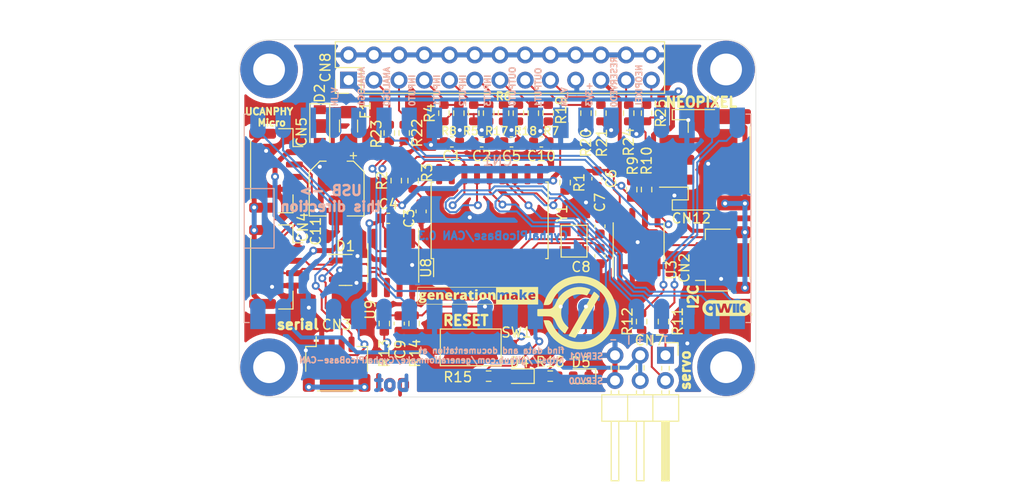
<source format=kicad_pcb>
(kicad_pcb (version 20211014) (generator pcbnew)
  (title_block (title "CyphalPicoBase/CAN") (date "2023-09-21") (rev "0.3") (company "generationmake"))
  (layers (0 "F.Cu" signal) (31 "B.Cu" signal) (34 "B.Paste" user) (35 "F.Paste" user) (36 "B.SilkS" user "B.Silkscreen") (37 "F.SilkS" user "F.Silkscreen") (38 "B.Mask" user) (39 "F.Mask" user) (44 "Edge.Cuts" user))
  (net 0 "")
  (net 1 "+3V3")
  (net 2 "GND")
  (net 3 "MCP2515_CS")
  (net 4 "MCP2515_INT")
  (net 5 "MOSI")
  (net 6 "SCK")
  (net 7 "MISO")
  (net 8 "/MCP2515/TXCAN")
  (net 9 "/MCP2515/RXCAN")
  (net 10 "/SERVO1")
  (net 11 "/MCP2515/CANVCC")
  (net 12 "/MCP2515/CANH")
  (net 13 "/MCP2515/CANL")
  (net 14 "/SERVO1_R")
  (net 15 "+BATT")
  (net 16 "/+BATT_MEAS")
  (net 17 "/LED2")
  (net 18 "/LED3")
  (net 19 "/LED3_R")
  (net 20 "/LED2_R")
  (net 21 "/MCP2515/MCP2515_OSC2")
  (net 22 "/MCP2515/MCP2515_OSC1")
  (net 23 "/MCP2515/MCP2515_RESET")
  (net 24 "/MCP2515/MCP2515_SOF")
  (net 25 "/MCP2515/MCP2515_TX0RTS")
  (net 26 "/MCP2515/MCP2515_TX1RTS")
  (net 27 "/MCP2515/MCP2515_TX2RTS")
  (net 28 "/MCP2515/MCP2515_RX1BUF")
  (net 29 "/MCP2515/MCP2515_RX0BUF")
  (net 30 "/INPUT0")
  (net 31 "/SER_TX")
  (net 32 "/SER_RX")
  (net 33 "/I2C_SDA")
  (net 34 "/I2C_SCL")
  (net 35 "/SERVO0")
  (net 36 "/SERVO0_R")
  (net 37 "/INPUT1")
  (net 38 "/INPUT2")
  (net 39 "/INPUT3")
  (net 40 "/OUTPUT0")
  (net 41 "/OUTPUT1")
  (net 42 "/RESERVED0")
  (net 43 "/NEOPIXEL")
  (net 44 "/RESET")
  (net 45 "/ANALOG_INPUT0")
  (net 46 "/ANALOG_INPUT1")
  (net 47 "/INPUT0_R")
  (net 48 "/INPUT1_R")
  (net 49 "/INPUT2_R")
  (net 50 "/INPUT3_R")
  (net 51 "/OUTPUT0_R")
  (net 52 "/OUTPUT1_R")
  (net 53 "/ANALOG_INPUT1_R")
  (net 54 "/ANALOG_INPUT0_R")
  (net 55 "/RESERVED0_R")
  (net 56 "/NEOPIXEL_R")
  (net 57 "unconnected-(CN1-Pad40)")
  (net 58 "unconnected-(CN1-Pad37)")
  (net 59 "unconnected-(CN1-Pad35)")
  (net 60 "unconnected-(CN1-Pad5)")
  (net 61 "unconnected-(CN1-Pad4)")
  (net 67 "Net-(D2-Pad1)")
  (net 68 "/MP2")
  (net 69 "/MP3")
  (net 70 "/MCP2515/MP1")
  (footprint "MECH_mounting_holes:MHP_3.2_5.8" (layer "F.Cu") (at 67 77)
    (fp_text reference "MECH1" hide)
    (fp_text value "MHP_3.2_5.8" hide)
  )
  (footprint "MECH_mounting_holes:MHP_3.2_5.8" (layer "F.Cu") (at 113 77)
    (fp_text reference "MECH2" hide)
    (fp_text value "MHP_3.2_5.8")
  )
  (footprint "MECH_mounting_holes:MHP_3.2_5.8" (layer "F.Cu") (at 67 107)
    (fp_text reference "MECH3" hide)
    (fp_text value "MHP_3.2_5.8")
  )
  (footprint "MECH_mounting_holes:MHP_3.2_5.8" (layer "F.Cu") (at 113 107)
    (fp_text reference "MECH4" hide)
    (fp_text value "MHP_3.2_5.8")
  )
  (footprint "Resistor_SMD:R_0603_1608Metric" (layer "F.Cu") (at 79.8 88.2 90)
    (fp_text reference "R2")
    (fp_text value "10k")
  )
  (footprint "Package_SO:SOIC-18W_7.5x11.6mm_P1.27mm" (layer "F.Cu") (at 89.2 92.2 90)
    (fp_text reference "U8")
    (fp_text value "MCP2515T-I/SO")
  )
  (footprint "Capacitor_SMD:C_0603_1608Metric" (layer "F.Cu") (at 82.3 91.3 -90)
    (fp_text reference "C3")
    (fp_text value "100nF")
  )
  (footprint "Capacitor_SMD:C_0603_1608Metric" (layer "F.Cu") (at 79 92)
    (fp_text reference "C4")
    (fp_text value "100nF")
  )
  (footprint "Resistor_SMD:R_0603_1608Metric" (layer "F.Cu") (at 96.8 88.4 -90)
    (fp_text reference "R1")
    (fp_text value "10k")
  )
  (footprint "Resistor_SMD:R_0603_1608Metric" (layer "F.Cu") (at 81.5 88.2 90)
    (fp_text reference "R3")
    (fp_text value "10k")
  )
  (footprint "Capacitor_SMD:C_0603_1608Metric" (layer "F.Cu") (at 100 88 -90)
    (fp_text reference "C6")
    (fp_text value "100nF")
  )
  (footprint "Connector_JST:JST_SH_SM04B-SRSS-TB_1x04-1MP_P1.00mm_Horizontal" (layer "F.Cu") (at 112.7 96.2 90)
    (fp_text reference "CN2")
    (fp_text value "SM04B-SRSS-TB")
  )
  (footprint "Connector_JST:JST_SH_SM04B-SRSS-TB_1x04-1MP_P1.00mm_Horizontal" (layer "F.Cu") (at 73.8 106.7)
    (fp_text reference "CN3")
    (fp_text value "SM04B-SRSS-TB")
  )
  (footprint "Connector_PinHeader_2.54mm:PinHeader_2x03_P2.54mm_Horizontal" (layer "F.Cu") (at 106.9 105.8 -90)
    (fp_text reference "CN7")
    (fp_text value "DNI")
  )
  (footprint "Diode_SMD:D_SOD-123" (layer "F.Cu") (at 72.1 82.7 -90)
    (fp_text reference "D2")
    (fp_text value "MBR0530T")
  )
  (footprint "Package_SO:SOIC-8_3.9x4.9mm_P1.27mm" (layer "F.Cu") (at 104.2 94.4 90)
    (fp_text reference "U3")
    (fp_text value "M24C64-RMN6TP")
  )
  (footprint "Resistor_SMD:R_0603_1608Metric" (layer "F.Cu") (at 103.5 89.1 -90)
    (fp_text reference "R9")
    (fp_text value "10k")
  )
  (footprint "Resistor_SMD:R_0603_1608Metric" (layer "F.Cu") (at 105 89.1 -90)
    (fp_text reference "R10")
    (fp_text value "10k")
  )
  (footprint "Resistor_SMD:R_0603_1608Metric" (layer "F.Cu") (at 106.7 102.4 -90)
    (fp_text reference "R11")
    (fp_text value "100R")
  )
  (footprint "Resistor_SMD:R_0603_1608Metric" (layer "F.Cu") (at 104.5 102.4 90)
    (fp_text reference "R12")
    (fp_text value "100R")
  )
  (footprint "Connector_JST:JST_GH_SM04B-GHS-TB_1x04-1MP_P1.25mm_Horizontal" (layer "F.Cu") (at 67.7 96.9 -90)
    (fp_text reference "CN4")
    (fp_text value "SM04B-GHS-TB")
  )
  (footprint "LED_SMD:LED_0603_1608Metric" (layer "F.Cu") (at 98.4 107.9 180)
    (fp_text reference "D5")
    (fp_text value "KT-0603R")
  )
  (footprint "Resistor_SMD:R_0603_1608Metric" (layer "F.Cu") (at 95.3 107.9)
    (fp_text reference "R16")
    (fp_text value "3k3")
  )
  (footprint "labels:opencyphal_small" (layer "F.Cu") (at 98 101.5)
    (fp_text reference "L3" hide)
    (fp_text value "Label" hide)
  )
  (footprint "Package_SO:SOIC-8_3.9x4.9mm_P1.27mm" (layer "F.Cu") (at 79.5 96.5 -90)
    (fp_text reference "U9")
    (fp_text value "SN65HVD230")
  )
  (footprint "crystals:Crystal_SMD_3.2x2.5mm_4Pad" (layer "F.Cu") (at 97.7 94.3 90)
    (fp_text reference "Y1")
    (fp_text value "X322516MLB4SI")
  )
  (footprint "Connector_JST:JST_GH_SM04B-GHS-TB_1x04-1MP_P1.25mm_Horizontal" (layer "F.Cu") (at 67.7 87.2 -90)
    (fp_text reference "CN5")
    (fp_text value "SM04B-GHS-TB")
  )
  (footprint "Capacitor_SMD:C_0603_1608Metric" (layer "F.Cu") (at 80.1 102.6 -90)
    (fp_text reference "C9")
    (fp_text value "100nF")
  )
  (footprint "Resistor_SMD:R_0603_1608Metric" (layer "F.Cu") (at 78.6 102.6 90)
    (fp_text reference "R13")
    (fp_text value "100k")
  )
  (footprint "Resistor_SMD:R_0603_1608Metric" (layer "F.Cu") (at 81.6 102.6 -90)
    (fp_text reference "R14")
    (fp_text value "10k")
  )
  (footprint "Resistor_SMD:R_0603_1608Metric" (layer "F.Cu") (at 89.1 107.9)
    (fp_text reference "R15")
    (fp_text value "3k3")
  )
  (footprint "Capacitor_SMD:C_0603_1608Metric" (layer "F.Cu") (at 85.4 84.3 180)
    (fp_text reference "C1")
    (fp_text value "100nF")
  )
  (footprint "Capacitor_SMD:C_0603_1608Metric" (layer "F.Cu") (at 88.4 84.3 180)
    (fp_text reference "C2")
    (fp_text value "100nF")
  )
  (footprint "Capacitor_SMD:C_0603_1608Metric" (layer "F.Cu") (at 91.4 84.3 180)
    (fp_text reference "C5")
    (fp_text value "100nF")
  )
  (footprint "Capacitor_SMD:C_0603_1608Metric" (layer "F.Cu") (at 94.4 84.3 180)
    (fp_text reference "C10")
    (fp_text value "100nF")
  )
  (footprint "Connector_PinHeader_2.54mm:PinHeader_2x13_P2.54mm_Vertical" (layer "F.Cu") (at 75 78.075 90)
    (fp_text reference "CN8")
    (fp_text value "DNI")
  )
  (footprint "Resistor_SMD:R_0603_1608Metric" (layer "F.Cu") (at 84.6 81.4 90)
    (fp_text reference "R4")
    (fp_text value "10k")
  )
  (footprint "Resistor_SMD:R_0603_1608Metric" (layer "F.Cu") (at 90.6 81.4 90)
    (fp_text reference "R6")
    (fp_text value "10k")
  )
  (footprint "Resistor_SMD:R_0603_1608Metric" (layer "F.Cu") (at 93.6 81.4 90)
    (fp_text reference "R7")
    (fp_text value "10k")
  )
  (footprint "Resistor_SMD:R_0603_1608Metric" (layer "F.Cu") (at 89.1 81.4 -90)
    (fp_text reference "R17")
    (fp_text value "10k")
  )
  (footprint "Resistor_SMD:R_0603_1608Metric" (layer "F.Cu") (at 92.1 81.4 -90)
    (fp_text reference "R18")
    (fp_text value "10k")
  )
  (footprint "Resistor_SMD:R_0603_1608Metric" (layer "F.Cu") (at 95.1 81.4 -90)
    (fp_text reference "R19")
    (fp_text value "10k")
  )
  (footprint "Resistor_SMD:R_0603_1608Metric" (layer "F.Cu") (at 98.9 81.4 -90)
    (fp_text reference "R20")
    (fp_text value "100R")
  )
  (footprint "Resistor_SMD:R_0603_1608Metric" (layer "F.Cu") (at 100.4 81.4 -90)
    (fp_text reference "R21")
    (fp_text value "100R")
  )
  (footprint "Resistor_SMD:R_0603_1608Metric" (layer "F.Cu") (at 80.6 83.4 -90)
    (fp_text reference "R22")
    (fp_text value "100R")
  )
  (footprint "Resistor_SMD:R_0603_1608Metric" (layer "F.Cu") (at 79.1 83.4 -90)
    (fp_text reference "R23")
    (fp_text value "100R")
  )
  (footprint "Resistor_SMD:R_0603_1608Metric" (layer "F.Cu") (at 103.2 81.4 -90)
    (fp_text reference "R24")
    (fp_text value "100R")
  )
  (footprint "Resistor_SMD:R_0603_1608Metric" (layer "F.Cu") (at 105 81.4 -90)
    (fp_text reference "R25")
    (fp_text value "100R")
  )
  (footprint "Button_Switch_SMD:SW_SPST_CK_RS282G05A3" (layer "F.Cu") (at 87.3 105 180)
    (fp_text reference "SW1")
    (fp_text value "PTS636 SM43 SMTR LFS")
  )
  (footprint "Resistor_SMD:R_0603_1608Metric" (layer "F.Cu") (at 86.1 81.4 -90)
    (fp_text reference "R8")
    (fp_text value "10k")
  )
  (footprint "Capacitor_SMD:C_0603_1608Metric" (layer "F.Cu") (at 100.3 92.8 90)
    (fp_text reference "C7")
    (fp_text value "10pF")
  )
  (footprint "labels:generationmake_small_silk" (layer "F.Cu") (at 87.98095 102.43645)
    (fp_text reference "L1" hide)
    (fp_text value "Label" hide)
  )
  (footprint "Resistor_SMD:R_0603_1608Metric" (layer "F.Cu") (at 87.6 81.4 90)
    (fp_text reference "R5")
    (fp_text value "10k")
  )
  (footprint "Capacitor_SMD:C_0603_1608Metric" (layer "F.Cu") (at 100.3 95.8 -90)
    (fp_text reference "C8")
    (fp_text value "10pF")
  )
  (footprint "LED_SMD:LED_0603_1608Metric" (layer "F.Cu") (at 92.2 107.9 180)
    (fp_text reference "D4")
    (fp_text value "NCD0603Y1")
  )
  (footprint "Connector_JST:JST_PH_S3B-PH-SM4-TB_1x03-1MP_P2.00mm_Horizontal" (layer "F.Cu") (at 110.9 86.1 90)
    (fp_text reference "CN12")
    (fp_text value "S3B-PH-SM4-TB")
  )
  (footprint "Package_TO_SOT_SMD:SOT-23" (layer "F.Cu") (at 74.7 97.2)
    (fp_text reference "D1")
    (fp_text value "DNI")
  )
  (footprint "Fuse:Fuse_1206_3216Metric" (layer "F.Cu") (at 75 82.7 90)
    (fp_text reference "F1")
    (fp_text value "nSMD050-33V")
  )
  (footprint "generationmake:qwiic_logo" (layer "F.Cu") (at 113.1 101)
    (fp_text reference "L4" hide)
    (fp_text value "Label" hide)
  )
  (footprint "Capacitor_SMD:CP_Elec_5x5.3" (layer "F.Cu") (at 73.8 89 -90)
    (fp_text reference "C11")
    (fp_text value "100 uF / 6,3 V")
  )
  (footprint "labels:generationmake_small_solder" (layer "B.Cu") (at 89.61905 110.93645 180)
    (fp_text reference "L2" hide)
    (fp_text value "Label" hide)
  )
  (footprint "generationmake:RASPI_PICO_SOLDER_Kopie" (layer "B.Cu") (at 90 92 -90)
    (fp_text reference "CN1")
    (fp_text value "RASPBERRYPI_PICO")
  )
  (gr_line (start 113 110) (end 67.12132 110) (layer "Edge.Cuts") (width 0.05))
  (gr_line (start 64 77) (end 64 107) (layer "Edge.Cuts") (width 0.05))
  (gr_line (start 116 77) (end 116 107) (layer "Edge.Cuts") (width 0.05))
  (gr_line (start 113 74) (end 67 74) (layer "Edge.Cuts") (width 0.05))
  (gr_arc (start 113 74) (mid 115.12132 74.87868) (end 116 77) (layer "Edge.Cuts") (width 0.05))
  (gr_arc (start 64 77) (mid 64.87868 74.87868) (end 67 74) (layer "Edge.Cuts") (width 0.05))
  (gr_arc (start 116 107) (mid 115.12132 109.12132) (end 113 110) (layer "Edge.Cuts") (width 0.05))
  (gr_arc (start 67.12132 110) (mid 64.956681 109.128403) (end 64 107) (layer "Edge.Cuts") (width 0.05))
  (gr_text "top" (at 79.4 108.6) (layer "F.Cu") (effects (font (size 1.5 1.5) (thickness 0.375))))
  (gr_text "CyphalPicoBase/CAN 0.3" (at 89.5 93.75) (layer "B.Cu") (effects (font (size 0.8 0.8) (thickness 0.2)) (justify mirror)))
  (gr_text "bot" (at 79.4 108.63645) (layer "B.Cu") (effects (font (size 1.5 1.5) (thickness 0.375)) (justify mirror)))
  (gr_text "USB ->\nthis direction" (at 73.2 90) (layer "B.SilkS") (effects (font (size 1 1) (thickness 0.25)) (justify mirror)))
  (gr_text "ANALOG0" (at 78.85 80.8 90) (layer "B.SilkS") (effects (font (size 0.6 0.6)) (justify right mirror)))
  (gr_text "INPUT0" (at 81.4 80.8 90) (layer "B.SilkS") (effects (font (size 0.6 0.6)) (justify right mirror)))
  (gr_text "OUTPUT1" (at 94.1 80.9 90) (layer "B.SilkS") (effects (font (size 0.6 0.6)) (justify right mirror)))
  (gr_text "SERVO1" (at 100.7 105.9) (layer "B.SilkS") (effects (font (size 0.6 0.6)) (justify left mirror)))
  (gr_text "ANALOG1" (at 76.3 80.8 90) (layer "B.SilkS") (effects (font (size 0.6 0.6)) (justify right mirror)))
  (gr_text "+3V3" (at 99.22 80.8 90) (layer "B.SilkS") (effects (font (size 0.6 0.6)) (justify right mirror)))
  (gr_text "SERVO0" (at 100.7 108.4) (layer "B.SilkS") (effects (font (size 0.6 0.6)) (justify left mirror)))
  (gr_text "V_IN" (at 73.6 80.8 90) (layer "B.SilkS") (effects (font (size 0.6 0.6)) (justify right mirror)))
  (gr_text "INPUT2" (at 86.5 80.8 90) (layer "B.SilkS") (effects (font (size 0.6 0.6)) (justify right mirror)))
  (gr_text "T  | + |  -" (at 107.2 104.2) (layer "B.SilkS") (effects (font (size 0.6 0.6)) (justify left mirror)))
  (gr_text "V_IN" (at 96.72 80.8 90) (layer "B.SilkS") (effects (font (size 0.6 0.6)) (justify right mirror)))
  (gr_text "find data and documentation at\nhttps://github.com/generationmake/CyphalPicoBase-CAN" (at 96.8 105.8) (layer "B.SilkS") (effects (font (size 0.6 0.6)) (justify left mirror)))
  (gr_text "OUTPUT0" (at 91.5 80.8 90) (layer "B.SilkS") (effects (font (size 0.6 0.6)) (justify right mirror)))
  (gr_text "NEOPIXEL" (at 104.24 80.9 90) (layer "B.SilkS") (effects (font (size 0.6 0.6)) (justify right mirror)))
  (gr_text "RESERVED0" (at 101.72 80.9 90) (layer "B.SilkS") (effects (font (size 0.6 0.6)) (justify right mirror)))
  (gr_text "INPUT3" (at 89 80.8 90) (layer "B.SilkS") (effects (font (size 0.6 0.6)) (justify right mirror)))
  (gr_text "INPUT1" (at 83.9 80.8 90) (layer "B.SilkS") (effects (font (size 0.6 0.6)) (justify right mirror)))
  (gr_text "UCANPHY\n Micro" (at 67 81.8) (layer "F.SilkS") (effects (font (size 0.7 0.7) (thickness 0.175))))
  (gr_text "I2C" (at 109.7 99.9 90) (layer "F.SilkS") (effects (font (size 1 1) (thickness 0.25))))
  (gr_text "NEOPIXEL" (at 110.5 80.3) (layer "F.SilkS") (effects (font (size 1 1) (thickness 0.25))))
  (gr_text "RESET" (at 86.8 102.3) (layer "F.SilkS") (effects (font (size 1 1) (thickness 0.25))))
  (gr_text "servo" (at 108.9 107.3 90) (layer "F.SilkS") (effects (font (size 1 1) (thickness 0.25))))
  (gr_text "serial" (at 69.9 102.7) (layer "F.SilkS") (effects (font (size 1 1) (thickness 0.25))))
  (segment (start 76.6 104.7) (end 76.6 105.1) (width 0.2) (layer "F.Cu") (net 1))
  (segment (start 82.3 90.525) (end 82.3 89.825) (width 0.2) (layer "F.Cu") (net 1))
  (segment (start 90.6 82.225) (end 90.6 81.6) (width 0.2) (layer "F.Cu") (net 1))
  (segment (start 93.6 81.6) (end 93.7 81.5) (width 0.2) (layer "F.Cu") (net 1))
  (segment (start 75.925 105.775) (end 73.675 105.775) (width 0.2) (layer "F.Cu") (net 1))
  (segment (start 95.6 88.2) (end 95.6 87.9) (width 0.5) (layer "F.Cu") (net 1))
  (segment (start 100 87.225) (end 101.075 87.225) (width 0.4) (layer "F.Cu") (net 1))
  (segment (start 73.3 105.4) (end 73.3 104.7) (width 0.2) (layer "F.Cu") (net 1))
  (segment (start 84.6 82.225) (end 85.325 81.5) (width 0.2) (layer "F.Cu") (net 1))
  (segment (start 102.295 89.695) (end 101.7 89.1) (width 0.2) (layer "F.Cu") (net 1))
  (segment (start 87.6 81.5) (end 90.7 81.5) (width 0.2) (layer "F.Cu") (net 1))
  (segment (start 78.25 92) (end 79.56 90.69) (width 0.2) (layer "F.Cu") (net 1))
  (segment (start 96.3 82.8) (end 96.3 86.8) (width 0.2) (layer "F.Cu") (net 1))
  (segment (start 83.09 87.99) (end 82.24 88.84) (width 0.2) (layer "F.Cu") (net 1))
  (segment (start 95.557107 81.5) (end 96.3 82.242893) (width 0.2) (layer "F.Cu") (net 1))
  (segment (start 104.375 88.275) (end 103.5 88.275) (width 0.4) (layer "F.Cu") (net 1))
  (segment (start 96.8 87.575) (end 96.8 87.3) (width 0.2) (layer "F.Cu") (net 1))
  (segment (start 78.4685 92.2185) (end 78.25 92) (width 0.2) (layer "F.Cu") (net 1))
  (segment (start 110.7 96.7) (end 111.7 96.7) (width 0.4) (layer "F.Cu") (net 1))
  (segment (start 79.8 90.08) (end 80.4 90.68) (width 0.2) (layer "F.Cu") (net 1))
  (segment (start 93.7 81.5) (end 95.557107 81.5) (width 0.2) (layer "F.Cu") (net 1))
  (segment (start 102.3 79.975) (end 100.4 78.075) (width 0.4) (layer "F.Cu") (net 1))
  (segment (start 85.325 81.5) (end 87.6 81.5) (width 0.2) (layer "F.Cu") (net 1))
  (segment (start 100 87.225) (end 96.275 87.225) (width 0.4) (layer "F.Cu") (net 1))
  (segment (start 82.13 88.95) (end 82.24 88.84) (width 0.2) (layer "F.Cu") (net 1))
  (segment (start 111.55 93.25) (end 109.575 93.25) (width 0.4) (layer "F.Cu") (net 1))
  (segment (start 96.8 87.3) (end 96.3 86.8) (width 0.2) (layer "F.Cu") (net 1))
  (segment (start 112.3 94) (end 111.55 93.25) (width 0.4) (layer "F.Cu") (net 1))
  (segment (start 81.5 88.95) (end 82.13 88.95) (width 0.2) (layer "F.Cu") (net 1))
  (segment (start 83.53 87.55) (end 83.09 87.99) (width 0.2) (layer "F.Cu") (net 1))
  (segment (start 102.3 83.4) (end 102.3 79.975) (width 0.4) (layer "F.Cu") (net 1))
  (segment (start 101.7 89.1) (end 101.7 87.5) (width 0.2) (layer "F.Cu") (net 1))
  (segment (start 93.6 82.225) (end 93.6 81.6) (width 0.2) (layer "F.Cu") (net 1))
  (segment (start 101.075 87.225) (end 101.425 87.225) (width 0.4) (layer "F.Cu") (net 1))
  (segment (start 109.575 93.25) (end 105.875 89.55) (width 0.4) (layer "F.Cu") (net 1))
  (segment (start 103.325 87.225) (end 101.075 87.225) (width 0.4) (layer "F.Cu") (net 1))
  (segment (start 101.7 87.5) (end 101.425 87.225) (width 0.2) (layer "F.Cu") (net 1))
  (segment (start 78.865 94.225) (end 78.865 93.228) (width 0.2) (layer "F.Cu") (net 1))
  (segment (start 79.56 90.69) (end 80.39 90.69) (width 0.2) (layer "F.Cu") (net 1))
  (segment (start 82.24 88.84) (end 80.4 90.68) (width 0.2) (layer "F.Cu") (net 1))
  (segment (start 79.8 88.95) (end 79.8 90.08) (width 0.2) (layer "F.Cu") (net 1))
  (segment (start 105 88.275) (end 104.375 88.275) (width 0.4) (layer "F.Cu") (net 1))
  (segment (start 83.42 87.66) (end 83.09 87.99) (width 0.2) (layer "F.Cu") (net 1))
  (segment (start 78.865 93.228) (end 78.4685 92.8315) (width 0.2) (layer "F.Cu") (net 1))
  (segment (start 77.1 92.5) (end 77.725 92.5) (width 0.4) (layer "F.Cu") (net 1))
  (segment (start 84.12 87.55) (end 83.53 87.55) (width 0.2) (layer "F.Cu") (net 1))
  (segment (start 112.3 96.1) (end 112.3 94) (width 0.4) (layer "F.Cu") (net 1))
  (segment (start 105.875 89.55) (end 105.875 89.15) (width 0.4) (layer "F.Cu") (net 1))
  (segment (start 102.295 90.805) (end 102.295 91.925) (width 0.2) (layer "F.Cu") (net 1))
  (segment (start 105.875 89.15) (end 105 88.275) (width 0.4) (layer "F.Cu") (net 1))
  (segment (start 101.075 87.225) (end 102.3 86) (width 0.4) (layer "F.Cu") (net 1))
  (segment (start 87.6 82.225) (end 87.6 81.5) (width 0.2) (layer "F.Cu") (net 1))
  (segment (start 82.3 89.825) (end 81.5 89.025) (width 0.2) (layer "F.Cu") (net 1))
  (segment (start 76.6 105.1) (end 75.925 105.775) (width 0.2) (layer "F.Cu") (net 1))
  (segment (start 90.7 81.5) (end 93.7 81.5) (width 0.2) (layer "F.Cu") (net 1))
  (segment (start 73.675 105.775) (end 73.3 105.4) (width 0.2) (layer "F.Cu") (net 1))
  (segment (start 95.6 87.9) (end 96.275 87.225) (width 0.5) (layer "F.Cu") (net 1))
  (segment (start 79.8 88.95) (end 81.5 88.95) (width 0.2) (layer "F.Cu") (net 1))
  (segment (start 96.3 82.242893) (end 96.3 82.8) (width 0.2) (layer "F.Cu") (net 1))
  (segment (start 104.375 88.275) (end 103.325 87.225) (width 0.4) (layer "F.Cu") (net 1))
  (segment (start 102.3 86) (end 102.3 83.4) (width 0.4) (layer "F.Cu") (net 1))
  (segment (start 90.6 81.6) (end 90.7 81.5) (width 0.2) (layer "F.Cu") (net 1))
  (segment (start 102.295 90.805) (end 102.295 89.695) (width 0.2) (layer "F.Cu") (net 1))
  (segment (start 78.4685 92.8315) (end 78.4685 92.2185) (width 0.2) (layer "F.Cu") (net 1))
  (segment (start 77.725 92.5) (end 78.225 92) (width 0.4) (layer "F.Cu") (net 1))
  (segment (start 111.7 96.7) (end 112.3 96.1) (width 0.4) (layer "F.Cu") (net 1))
  (via (at 95.6 88.2) (size 0.8) (drill 0.4) (layers "F.Cu" "B.Cu") (net 1))
  (via (at 76.6 104.7) (size 0.8) (drill 0.4) (layers "F.Cu" "B.Cu") (net 1))
  (via (at 80.39 90.69) (size 0.8) (drill 0.4) (layers "F.Cu" "B.Cu") (net 1))
  (via (at 77.1 92.5) (size 0.8) (drill 0.4) (layers "F.Cu" "B.Cu") (net 1))
  (segment (start 76.03 102.16) (end 76.03 100.89) (width 0.4) (layer "B.Cu") (net 1))
  (segment (start 76.03 104.13) (end 76.03 102.16) (width 0.2) (layer "B.Cu") (net 1))
  (segment (start 76.6 104.7) (end 76.03 104.13) (width 0.2) (layer "B.Cu") (net 1))
  (segment (start 77.1 92.5) (end 77.1 99.3) (width 0.4) (layer "B.Cu") (net 1))
  (segment (start 94.270021 88.229979) (end 95.570021 88.229979) (width 0.5) (layer "B.Cu") (net 1))
  (segment (start 86.470021 88.229979) (end 94.270021 88.229979) (width 0.5) (layer "B.Cu") (net 1))
  (segment (start 80.39 90.69) (end 82.08 89) (width 0.5) (layer "B.Cu") (net 1))
  (segment (start 77.1 99.3) (end 76.03 100.37) (width 0.4) (layer "B.Cu") (net 1))
  (segment (start 82.08 89) (end 85.7 89) (width 0.5) (layer "B.Cu") (net 1))
  (segment (start 95.570021 88.229979) (end 95.6 88.2) (width 0.5) (layer "B.Cu") (net 1))
  (segment (start 76.03 100.37) (end 76.03 100.89) (width 0.4) (layer "B.Cu") (net 1))
  (segment (start 85.7 89) (end 86.470021 88.229979) (width 0.5) (layer "B.Cu") (net 1))
  (segment (start 99.96 97.54) (end 99.96 99.06) (width 0.2) (layer "F.Cu") (net 2))
  (segment (start 80.95 103.375) (end 80.1 103.375) (width 0.2) (layer "F.Cu") (net 2))
  (segment (start 90.7 85.4) (end 87.6 85.4) (width 0.2) (layer "F.Cu") (net 2))
  (segment (start 93.625 84.475) (end 92.7 85.4) (width 0.2) (layer "F.Cu") (net 2))
  (segment (start 99.344301 96.344301) (end 100.1 97.1) (width 0.2) (layer "F.Cu") (net 2))
  (segment (start 80.95 103.375) (end 81 103.425) (width 0.2) (layer "F.Cu") (net 2))
  (segment (start 87.625 84.3) (end 87.625 85.375) (width 0.2) (layer "F.Cu") (net 2))
  (segment (start 100.825 92.025) (end 100.3 92.025) (width 0.2) (layer "F.Cu") (net 2))
  (segment (start 99.1875 107.9) (end 99.1875 108.5125) (width 0.2) (layer "F.Cu") (net 2))
  (segment (start 96.5 109.1) (end 92.5 109.1) (width 0.2) (layer "F.Cu") (net 2))
  (segment (start 81 103.425) (end 81.525 103.425) (width 0.2) (layer "F.Cu") (net 2))
  (segment (start 99.96 99.06) (end 99.230001 99.789999) (width 0.2) (layer "F.Cu") (net 2))
  (segment (start 101.3 96) (end 101.3 92.5) (width 0.2) (layer "F.Cu") (net 2))
  (segment (start 95.5843 96.85) (end 95.799999 96.634301) (width 0.2) (layer "F.Cu") (net 2))
  (segment (start 75.6375 97.2) (end 74.180833 97.2) (width 0.2) (layer "F.Cu") (net 2))
  (segment (start 86.85 105.95) (end 85.9 105) (width 0.2) (layer "F.Cu") (net 2))
  (segment (start 92.9875 108.6125) (end 92.5 109.1) (width 0.2) (layer "F.Cu") (net 2))
  (segment (start 85.725 85.4) (end 84.625 84.3) (width 0.2) (layer "F.Cu") (net 2))
  (segment (start 81.525 103.425) (end 83.1 105) (width 0.2) (layer "F.Cu") (net 2))
  (segment (start 99.054301 96.634301) (end 99.96 97.54) (width 0.2) (layer "F.Cu") (net 2))
  (segment (start 86.8 106) (end 86.85 105.95) (width 0.2) (layer "F.Cu") (net 2))
  (segment (start 93.625 84.3) (end 93.625 84.475) (width 0.2) (layer "F.Cu") (net 2))
  (segment (start 100.725 96.575) (end 101.3 96) (width 0.2) (layer "F.Cu") (net 2))
  (segment (start 74.180833 97.2) (end 74.152221 97.228612) (width 0.2) (layer "F.Cu") (net 2))
  (segment (start 99.230001 99.789999) (end 97.450001 99.789999) (width 0.2) (layer "F.Cu") (net 2))
  (segment (start 97.450001 99.789999) (end 96.35 100.89) (width 0.2) (layer "F.Cu") (net 2))
  (segment (start 99.1875 108.5125) (end 98.6 109.1) (width 0.2) (layer "F.Cu") (net 2))
  (segment (start 100.3 96.575) (end 100.725 96.575) (width 0.2) (layer "F.Cu") (net 2))
  (segment (start 90.625 85.325) (end 90.7 85.4) (width 0.2) (layer "F.Cu") (net 2))
  (segment (start 92.9875 107.9) (end 92.9875 108.6125) (width 0.2) (layer "F.Cu") (net 2))
  (segment (start 87.625 85.375) (end 87.6 85.4) (width 0.2) (layer "F.Cu") (net 2))
  (segment (start 94.28 96.85) (end 95.5843 96.85) (width 0.2) (layer "F.Cu") (net 2))
  (segment (start 85.9 105) (end 83.40082 105) (width 0.2) (layer "F.Cu") (net 2))
  (segment (start 90.625 84.3) (end 90.625 85.325) (width 0.2) (layer "F.Cu") (net 2))
  (segment (start 87.2 109.1) (end 86.8 108.7) (width 0.2) (layer "F.Cu") (net 2))
  (segment (start 80.135 94.025) (end 80.135 92.36) (width 0.2) (layer "F.Cu") (net 2))
  (segment (start 86.8 108.7) (end 86.8 106) (width 0.2) (layer "F.Cu") (net 2))
  (segment (start 99.054301 96.634301) (end 99.344301 96.344301) (width 0.2) (layer "F.Cu") (net 2))
  (segment (start 95.799999 96.634301) (end 99.054301 96.634301) (width 0.2) (layer "F.Cu") (net 2))
  (segment (start 98.6 109.1) (end 96.5 109.1) (width 0.2) (layer "F.Cu") (net 2))
  (segment (start 80.135 92.36) (end 79.775 92) (width 0.2) (layer "F.Cu") (net 2))
  (segment (start 87.6 85.4) (end 85.725 85.4) (width 0.2) (layer "F.Cu") (net 2))
  (segment (start 101.3 92.5) (end 100.825 92.025) (width 0.2) (layer "F.Cu") (net 2))
  (segment (start 92.5 109.1) (end 87.2 109.1) (width 0.2) (layer "F.Cu") (net 2))
  (segment (start 92.7 85.4) (end 90.7 85.4) (width 0.2) (layer "F.Cu") (net 2))
  (via (at 67.3 98.9) (size 0.8) (drill 0.4) (layers "F.Cu" "B.Cu") (net 2))
  (via (at 75.9 95.8) (size 0.8) (drill 0.4) (layers "F.Cu" "B.Cu") (net 2))
  (via (at 74.152221 97.228612) (size 0.8) (drill 0.4) (layers "F.Cu" "B.Cu") (net 2))
  (via (at 96.35 100.89) (size 0.8) (drill 0.4) (layers "F.Cu" "B.Cu") (net 2))
  (via (at 81.4 96.7) (size 0.8) (drill 0.4) (layers "F.Cu" "B.Cu") (net 2))
  (via (at 75.8 98.5) (size 0.8) (drill 0.4) (layers "F.Cu" "B.Cu") (net 2))
  (via (at 71.8 91.2) (size 0.8) (drill 0.4) (layers "F.Cu" "B.Cu") (net 2))
  (via (at 112.5 98.1) (size 0.8) (drill 0.4) (layers "F.Cu" "B.Cu") (net 2))
  (via (at 70.7 105.3) (size 0.8) (drill 0.4) (layers "F.Cu" "B.Cu") (net 2))
  (via (at 109.1 104.6) (size 0.8) (drill 0.4) (layers "F.Cu" "B.Cu") (net 2))
  (via (at 83.3 84.6) (size 0.8) (drill 0.4) (layers "F.Cu" "B.Cu") (net 2))
  (via (at 111.2 86.5) (size 0.8) (drill 0.4) (layers "F.Cu" "B.Cu") (net 2))
  (via (at 98.9 90.4) (size 0.8) (drill 0.4) (layers "F.Cu" "B.Cu") (net 2))
  (via (at 87.2 91.9) (size 0.8) (drill 0.4) (layers "F.Cu" "B.Cu") (net 2))
  (via (at 109.2 82.1) (size 0.8) (drill 0.4) (layers "F.Cu" "B.Cu") (net 2))
  (via (at 104.1 94.4) (size 0.8) (drill 0.4) (layers "F.Cu" "B.Cu") (net 2))
  (via (at 72.1 86.8) (size 0.8) (drill 0.4) (layers "F.Cu" "B.Cu") (net 2))
  (via (at 107.8 89.7) (size 0.8) (drill 0.4) (layers "F.Cu" "B.Cu") (net 2))
  (via (at 66.7 85.2) (size 0.8) (drill 0.4) (layers "F.Cu" "B.Cu") (net 2))
  (via (at 71 101) (size 0.8) (drill 0.4) (layers "F.Cu" "B.Cu") (net 2))
  (segment (start 70.95 80.35) (end 70.95 81.84) (width 0.4) (layer "B.Cu") (net 2))
  (segment (start 109.1 81.552) (end 109.1 80.4) (width 0.4) (layer "B.Cu") (net 2))
  (segment (start 83.65 81.84) (end 83.65 80.15) (width 0.2) (layer "B.Cu") (net 2))
  (segment (start 71.275 80.025) (end 70.95 80.35) (width 0.4) (layer "B.Cu") (net 2))
  (segment (start 108.725 80.025) (end 96.475 80.025) (width 0.4) (layer "B.Cu") (net 2))
  (segment (start 109.05 102.16) (end 109.05 100.89) (width 0.4) (layer "B.Cu") (net 2))
  (segment (start 96.35 80.15) (end 96.475 80.025) (width 0.2) (layer "B.Cu") (net 2))
  (segment (start 96.475 80.025) (end 83.525 80.025) (width 0.4) (layer "B.Cu") (net 2))
  (segment (start 83.65 80.15) (end 83.525 80.025) (width 0.2) (layer "B.Cu") (net 2))
  (segment (start 96.35 81.84) (end 96.35 80.15) (width 0.2) (layer "B.Cu") (net 2))
  (segment (start 109.1 80.4) (end 108.725 80.025) (width 0.4) (layer "B.Cu") (net 2))
  (segment (start 109.05 81.84) (end 109.05 81.602) (width 0.4) (layer "B.Cu") (net 2))
  (segment (start 83.525 80.025) (end 71.275 80.025) (width 0.4) (layer "B.Cu") (net 2))
  (segment (start 109.05 81.602) (end 109.1 81.552) (width 0.4) (layer "B.Cu") (net 2))
  (segment (start 86.66 86.36) (end 86.105 85.805) (width 0.2) (layer "F.Cu") (net 3))
  (segment (start 80.6 87.092893) (end 80.6 87.1) (width 0.2) (layer "F.Cu") (net 3))
  (segment (start 81.887893 85.805) (end 80.6 87.092893) (width 0.2) (layer "F.Cu") (net 3))
  (segment (start 80.325 87.375) (end 79.8 87.375) (width 0.2) (layer "F.Cu") (net 3))
  (segment (start 86.105 85.805) (end 84.405 85.805) (width 0.2) (layer "F.Cu") (net 3))
  (segment (start 86.66 87.55) (end 86.66 89.5) (width 0.2) (layer "F.Cu") (net 3))
  (segment (start 84.405 85.805) (end 81.887893 85.805) (width 0.2) (layer "F.Cu") (net 3))
  (segment (start 86.66 89.5) (end 85.48 90.68) (width 0.2) (layer "F.Cu") (net 3))
  (segment (start 80.6 87.1) (end 80.325 87.375) (width 0.2) (layer "F.Cu") (net 3))
  (segment (start 86.66 87.55) (end 86.66 86.36) (width 0.2) (layer "F.Cu") (net 3))
  (via (at 85.48 90.68) (size 0.8) (drill 0.4) (layers "F.Cu" "B.Cu") (net 3))
  (segment (start 89.86631 89.179989) (end 89.4663 89.579999) (width 0.2) (layer "B.Cu") (net 3))
  (segment (start 111.59 100.89) (end 110.49 99.79) (width 0.2) (layer "B.Cu") (net 3))
  (segment (start 105.155686 99.79) (end 104.755685 99.389999) (width 0.2) (layer "B.Cu") (net 3))
  (segment (start 104.755685 99.389999) (end 103.689999 99.389999) (width 0.2) (layer "B.Cu") (net 3))
  (segment (start 102.1 97.8) (end 102.1 95.802944) (width 0.2) (layer "B.Cu") (net 3))
  (segment (start 103.689999 99.389999) (end 102.1 97.8) (width 0.2) (layer "B.Cu") (net 3))
  (segment (start 89.4663 89.579999) (end 86.580001 89.579999) (width 0.2) (layer "B.Cu") (net 3))
  (segment (start 96.277058 89.98) (end 95.220022 89.98) (width 0.2) (layer "B.Cu") (net 3))
  (segment (start 94.420011 89.179989) (end 89.86631 89.179989) (width 0.2) (layer "B.Cu") (net 3))
  (segment (start 86.580001 89.579999) (end 85.48 90.68) (width 0.2) (layer "B.Cu") (net 3))
  (segment (start 102.1 95.802944) (end 96.277058 89.98) (width 0.2) (layer "B.Cu") (net 3))
  (segment (start 95.220022 89.98) (end 94.420011 89.179989) (width 0.2) (layer "B.Cu") (net 3))
  (segment (start 111.59 102.16) (end 111.59 100.89) (width 0.4) (layer "B.Cu") (net 3))
  (segment (start 110.49 99.79) (end 105.155686 99.79) (width 0.2) (layer "B.Cu") (net 3))
  (segment (start 91.74 87.55) (end 91.74 88.64) (width 0.2) (layer "F.Cu") (net 4))
  (segment (start 95.62 90.68) (end 95.62 90.405) (width 0.2) (layer "F.Cu") (net 4))
  (segment (start 95.62 90.405) (end 96.8 89.225) (width 0.2) (layer "F.Cu") (net 4))
  (segment (start 93.92 89.48) (end 95.12 90.68) (width 0.2) (layer "F.Cu") (net 4))
  (segment (start 91.74 88.64) (end 92.58 89.48) (width 0.2) (layer "F.Cu") (net 4))
  (segment (start 92.58 89.48) (end 93.92 89.48) (width 0.2) (layer "F.Cu") (net 4))
  (segment (start 95.12 90.68) (end 95.62 90.68) (width 0.2) (layer "F.Cu") (net 4))
  (via (at 95.62 90.68) (size 0.8) (drill 0.4) (layers "F.Cu" "B.Cu") (net 4))
  (segment (start 100.9 96.3) (end 97.40001 92.80001) (width 0.2) (layer "B.Cu") (net 4))
  (segment (start 97.40001 92.80001) (end 93.434324 92.80001) (width 0.2) (layer "B.Cu") (net 4))
  (segment (start 90.20005 91.31) (end 89.79 90.89995) (width 0.2) (layer "B.Cu") (net 4))
  (segment (start 93.628001 89.579999) (end 94.728002 90.68) (width 0.2) (layer "B.Cu") (net 4))
  (segment (start 101.43 102.16) (end 101.43 100.89) (width 0.4) (layer "B.Cu") (net 4))
  (segment (start 91.944314 91.31) (end 90.20005 91.31) (width 0.2) (layer "B.Cu") (net 4))
  (segment (start 93.434324 92.80001) (end 91.944314 91.31) (width 0.2) (layer "B.Cu") (net 4))
  (segment (start 94.728002 90.68) (end 95.64 90.68) (width 0.2) (layer "B.Cu") (net 4))
  (segment (start 100.9 100.36) (end 100.9 96.3) (width 0.2) (layer "B.Cu") (net 4))
  (segment (start 101.43 100.89) (end 100.9 100.36) (width 0.2) (layer "B.Cu") (net 4))
  (segment (start 90.530051 89.579999) (end 93.628001 89.579999) (width 0.2) (layer "B.Cu") (net 4))
  (segment (start 89.79 90.89995) (end 89.79 90.32005) (width 0.2) (layer "B.Cu") (net 4))
  (segment (start 89.79 90.32005) (end 90.530051 89.579999) (width 0.2) (layer "B.Cu") (net 4))
  (segment (start 89.2 87.55) (end 89.2 89.32) (width 0.2) (layer "F.Cu") (net 5))
  (segment (start 89.59 89.71) (end 90.49 90.61) (width 0.2) (layer "F.Cu") (net 5))
  (segment (start 89.2 89.32) (end 89.59 89.71) (width 0.2) (layer "F.Cu") (net 5))
  (via (at 90.49 90.61) (size 0.8) (drill 0.4) (layers "F.Cu" "B.Cu") (net 5))
  (segment (start 90.49 90.61) (end 91.81 90.61) (width 0.2) (layer "B.Cu") (net 5))
  (segment (start 97.565686 92.4) (end 101.3 96.134315) (width 0.2) (layer "B.Cu") (net 5))
  (segment (start 93.6 92.4) (end 97.565686 92.4) (width 0.2) (layer "B.Cu") (net 5))
  (segment (start 101.3 96.134315) (end 101.3 98.22) (width 0.2) (layer "B.Cu") (net 5))
  (segment (start 91.81 90.61) (end 93.6 92.4) (width 0.2) (layer "B.Cu") (net 5))
  (segment (start 103.97 102.16) (end 103.97 100.89) (width 0.4) (layer "B.Cu") (net 5))
  (segment (start 101.3 98.22) (end 103.97 100.89) (width 0.2) (layer "B.Cu") (net 5))
  (segment (start 90.47 87.55) (end 90.47 88.05) (width 0.2) (layer "F.Cu") (net 6))
  (segment (start 90.86 88.44) (end 93.1 90.68) (width 0.2) (layer "F.Cu") (net 6))
  (segment (start 90.47 88.05) (end 90.86 88.44) (width 0.2) (layer "F.Cu") (net 6))
  (via (at 93.11 90.69) (size 0.8) (drill 0.4) (layers "F.Cu" "B.Cu") (net 6))
  (segment (start 106.51 102.16) (end 106.51 100.89) (width 0.4) (layer "B.Cu") (net 6))
  (segment (start 103.441999 99.789999) (end 104.589999 99.789999) (width 0.2) (layer "B.Cu") (net 6))
  (segment (start 105.69 100.89) (end 106.51 100.89) (width 0.2) (layer "B.Cu") (net 6))
  (segment (start 97.731362 91.99999) (end 101.7 95.96863) (width 0.2) (layer "B.Cu") (net 6))
  (segment (start 101.7 98.054302) (end 103.438848 99.79315) (width 0.2) (layer "B.Cu") (net 6))
  (segment (start 103.438848 99.79315) (end 103.441999 99.789999) (width 0.2) (layer "B.Cu") (net 6))
  (segment (start 104.589999 99.789999) (end 105.69 100.89) (width 0.2) (layer "B.Cu") (net 6))
  (segment (start 94.41999 91.99999) (end 97.731362 91.99999) (width 0.2) (layer "B.Cu") (net 6))
  (segment (start 101.7 95.96863) (end 101.7 98.054302) (width 0.2) (layer "B.Cu") (net 6))
  (segment (start 93.11 90.69) (end 94.41999 91.99999) (width 0.2) (layer "B.Cu") (net 6))
  (segment (start 87.93 87.55) (end 87.93 90.59) (width 0.2) (layer "F.Cu") (net 7))
  (segment (start 87.93 90.59) (end 88.02 90.68) (width 0.2) (layer "F.Cu") (net 7))
  (via (at 88.02 90.68) (size 0.8) (drill 0.4) (layers "F.Cu" "B.Cu") (net 7))
  (segment (start 84.78 90.39005) (end 84.78 90.96995) (width 0.2) (layer "B.Cu") (net 7))
  (segment (start 95.385708 89.58) (end 94.585687 88.779979) (width 0.2) (layer "B.Cu") (net 7))
  (segment (start 84.78 90.96995) (end 85.19005 91.38) (width 0.2) (layer "B.Cu") (net 7))
  (segment (start 85.82 91.38) (end 86.52 90.68) (width 0.2) (layer "B.Cu") (net 7))
  (segment (start 102.5 95.637258) (end 96.442744 89.58) (width 0.2) (layer "B.Cu") (net 7))
  (segment (start 105.321372 99.39) (end 104.921371 98.989999) (width 0.2) (layer "B.Cu") (net 7))
  (segment (start 85.6143 89.98) (end 85.19005 89.98) (width 0.2) (layer "B.Cu") (net 7))
  (segment (start 96.442744 89.58) (end 95.385708 89.58) (width 0.2) (layer "B.Cu") (net 7))
  (segment (start 89.700621 88.779979) (end 89.300611 89.179989) (width 0.2) (layer "B.Cu") (net 7))
  (segment (start 85.19005 91.38) (end 85.82 91.38) (width 0.2) (layer "B.Cu") (net 7))
  (segment (start 112.63 99.39) (end 105.321372 99.39) (width 0.2) (layer "B.Cu") (net 7))
  (segment (start 85.19005 89.98) (end 84.78 90.39005) (width 0.2) (layer "B.Cu") (net 7))
  (segment (start 86.414312 89.179989) (end 85.6143 89.98) (width 0.2) (layer "B.Cu") (net 7))
  (segment (start 89.300611 89.179989) (end 86.414312 89.179989) (width 0.2) (layer "B.Cu") (net 7))
  (segment (start 86.52 90.68) (end 88.02 90.68) (width 0.2) (layer "B.Cu") (net 7))
  (segment (start 114.13 102.16) (end 114.13 100.89) (width 0.4) (layer "B.Cu") (net 7))
  (segment (start 114.13 100.89) (end 112.63 99.39) (width 0.2) (layer "B.Cu") (net 7))
  (segment (start 104.921371 98.989999) (end 103.855685 98.989999) (width 0.2) (layer "B.Cu") (net 7))
  (segment (start 103.855685 98.989999) (end 102.5 97.634314) (width 0.2) (layer "B.Cu") (net 7))
  (segment (start 102.5 97.634314) (end 102.5 95.637258) (width 0.2) (layer "B.Cu") (net 7))
  (segment (start 94.585687 88.779979) (end 89.700621 88.779979) (width 0.2) (layer "B.Cu") (net 7))
  (segment (start 81.405 94.225) (end 81.495 94.225) (width 0.2) (layer "F.Cu") (net 8))
  (segment (start 81.495 94.225) (end 84.12 96.85) (width 0.2) (layer "F.Cu") (net 8))
  (segment (start 77.595 94.966396) (end 77.928604 95.3) (width 0.2) (layer "F.Cu") (net 9))
  (segment (start 83.4 97.1) (end 83.4 97.8) (width 0.2) (layer "F.Cu") (net 9))
  (segment (start 85.39 97.71) (end 85.39 96.85) (width 0.2) (layer "F.Cu") (net 9))
  (segment (start 77.928604 95.3) (end 81.6 95.3) (width 0.2) (layer "F.Cu") (net 9))
  (segment (start 81.6 95.3) (end 83.4 97.1) (width 0.2) (layer "F.Cu") (net 9))
  (segment (start 84.8 98.3) (end 85.39 97.71) (width 0.2) (layer "F.Cu") (net 9))
  (segment (start 83.9 98.3) (end 84.8 98.3) (width 0.2) (layer "F.Cu") (net 9))
  (segment (start 83.4 97.8) (end 83.9 98.3) (width 0.2) (layer "F.Cu") (net 9))
  (segment (start 77.595 94.225) (end 77.595 94.966396) (width 0.2) (layer "F.Cu") (net 9))
  (segment (start 107.8 100.475) (end 107.8 99.4) (width 0.2) (layer "F.Cu") (net 10))
  (segment (start 106.7 101.575) (end 107.8 100.475) (width 0.2) (layer "F.Cu") (net 10))
  (segment (start 107.8 99.4) (end 107.8 98.6905) (width 0.2) (layer "F.Cu") (net 10))
  (via (at 107.8 98.6905) (size 0.8) (drill 0.4) (layers "F.Cu" "B.Cu") (net 10))
  (segment (start 107.8 97.5) (end 107.8 98.6905) (width 0.2) (layer "B.Cu") (net 10))
  (segment (start 113.04 84.2) (end 112.265686 84.2) (width 0.2) (layer "B.Cu") (net 10))
  (segment (start 107.8 95.965686) (end 107.8 97.5) (width 0.2) (layer "B.Cu") (net 10))
  (segment (start 114.13 81.84) (end 114.13 83.11) (width 0.4) (layer "B.Cu") (net 10))
  (segment (start 110.1 93.665686) (end 107.8 95.965686) (width 0.2) (layer "B.Cu") (net 10))
  (segment (start 107.8 97.5) (end 107.8 98.290499) (width 0.2) (layer "B.Cu") (net 10))
  (segment (start 112.265686 84.2) (end 110.1 86.365686) (width 0.2) (layer "B.Cu") (net 10))
  (segment (start 114.13 83.11) (end 113.04 84.2) (width 0.2) (layer "B.Cu") (net 10))
  (segment (start 110.1 86.365686) (end 110.1 93.665686) (width 0.2) (layer "B.Cu") (net 10))
  (segment (start 69.9 94) (end 69.9 94.675) (width 0.5) (layer "F.Cu") (net 11))
  (segment (start 69.9 94.675) (end 69.55 95.025) (width 0.5) (layer "F.Cu") (net 11))
  (segment (start 69.55 85.325) (end 68.875 85.325) (width 0.5) (layer "F.Cu") (net 11))
  (segment (start 68.1 86.1) (end 67.6 86.6) (width 0.5) (layer "F.Cu") (net 11))
  (segment (start 71.125 85.325) (end 72.1 84.35) (width 0.5) (layer "F.Cu") (net 11))
  (segment (start 69.55 85.325) (end 70.625 85.325) (width 0.5) (layer "F.Cu") (net 11))
  (segment (start 68.875 85.325) (end 68.1 86.1) (width 0.5) (layer "F.Cu") (net 11))
  (segment (start 67.6 86.6) (end 67.6 87.8) (width 0.5) (layer "F.Cu") (net 11))
  (segment (start 70.625 85.325) (end 71.125 85.325) (width 0.5) (layer "F.Cu") (net 11))
  (via (at 69.9 94) (size 0.8) (drill 0.4) (layers "F.Cu" "B.Cu") (net 11))
  (via (at 67.6 87.8) (size 0.8) (drill 0.4) (layers "F.Cu" "B.Cu") (net 11))
  (segment (start 67.6 91.7) (end 67.6 87.8) (width 0.5) (layer "B.Cu") (net 11))
  (segment (start 69.9 94) (end 67.6 91.7) (width 0.5) (layer "B.Cu") (net 11))
  (segment (start 70.275 86.575) (end 69.55 86.575) (width 0.2) (layer "F.Cu") (net 12))
  (segment (start 68.4 95.9) (end 68.4 93.865686) (width 0.2) (layer "F.Cu") (net 12))
  (segment (start 77.2 97) (end 77.9 97) (width 0.2) (layer "F.Cu") (net 12))
  (segment (start 71.3 90) (end 71.3 87.6) (width 0.2) (layer "F.Cu") (net 12))
  (segment (start 77.2 97) (end 76.8 96.6) (width 0.2) (layer "F.Cu") (net 12))
  (segment (start 78.5 97.6) (end 79.9 97.6) (width 0.2) (layer "F.Cu") (net 12))
  (segment (start 73.7625 96.25) (end 75.05 96.25) (width 0.2) (layer "F.Cu") (net 12))
  (segment (start 72.232843 96.667157) (end 73.345343 96.667157) (width 0.2) (layer "F.Cu") (net 12))
  (segment (start 70.625 96.275) (end 71.017157 96.667157) (width 0.2) (layer "F.Cu") (net 12))
  (segment (start 80.135 97.835) (end 80.135 98.975) (width 0.2) (layer "F.Cu") (net 12))
  (segment (start 71.017157 96.667157) (end 72.232843 96.667157) (width 0.2) (layer "F.Cu") (net 12))
  (segment (start 71.3 87.6) (end 70.275 86.575) (width 0.2) (layer "F.Cu") (net 12))
  (segment (start 68.775 96.275) (end 68.4 95.9) (width 0.2) (layer "F.Cu") (net 12))
  (segment (start 70.3 91) (end 71.3 90) (width 0.2) (layer "F.Cu") (net 12))
  (segment (start 77.9 97) (end 78.5 97.6) (width 0.2) (layer "F.Cu") (net 12))
  (segment (start 76.8 96.6) (end 75.4 96.6) (width 0.2) (layer "F.Cu") (net 12))
  (segment (start 73.345343 96.667157) (end 73.7625 96.25) (width 0.2) (layer "F.Cu") (net 12))
  (segment (start 75.05 96.25) (end 75.4 96.6) (width 0.2) (layer "F.Cu") (net 12))
  (segment (start 68.4 93.865686) (end 70.3 91.965685) (width 0.2) (layer "F.Cu") (net 12))
  (segment (start 79.9 97.6) (end 80.135 97.835) (width 0.2) (layer "F.Cu") (net 12))
  (segment (start 70.3 91.965685) (end 70.3 91) (width 0.2) (layer "F.Cu") (net 12))
  (segment (start 69.55 96.275) (end 68.775 96.275) (width 0.2) (layer "F.Cu") (net 12))
  (segment (start 69.55 96.275) (end 70.625 96.275) (width 0.2) (layer "F.Cu") (net 12))
  (segment (start 73.7625 98.15) (end 74.55 98.15) (width 0.2) (layer "F.Cu") (net 13))
  (segment (start 76.9 97.8) (end 74.9 97.8) (width 0.2) (layer "F.Cu") (net 13))
  (segment (start 77.7 97.4) (end 78.865 98.565) (width 0.2) (layer "F.Cu") (net 13))
  (segment (start 72.7125 97.1) (end 73.7625 98.15) (width 0.2) (layer "F.Cu") (net 13))
  (segment (start 69.9 90.834314) (end 69.9 91.8) (width 0.2) (layer "F.Cu") (net 13))
  (segment (start 70.9 88.5) (end 70.9 89.834314) (width 0.2) (layer "F.Cu") (net 13))
  (segment (start 70.365686 97.1) (end 71.8 97.1) (width 0.2) (layer "F.Cu") (net 13))
  (segment (start 69.9 91.8) (end 68 93.700001) (width 0.2) (layer "F.Cu") (net 13))
  (segment (start 69.55 87.825) (end 70.225 87.825) (width 0.2) (layer "F.Cu") (net 13))
  (segment (start 68 93.700001) (end 68 97) (width 0.2) (layer "F.Cu") (net 13))
  (segment (start 70.225 87.825) (end 70.9 88.5) (width 0.2) (layer "F.Cu") (net 13))
  (segment (start 69.940686 97.525) (end 70.365686 97.1) (width 0.2) (layer "F.Cu") (net 13))
  (segment (start 74.55 98.15) (end 74.9 97.8) (width 0.2) (layer "F.Cu") (net 13))
  (segment (start 77.3 97.4) (end 76.9 97.8) (width 0.2) (layer "F.Cu") (net 13))
  (segment (start 68.525 97.525) (end 69.55 97.525) (width 0.2) (layer "F.Cu") (net 13))
  (segment (start 71.8 97.1) (end 72.7125 97.1) (width 0.2) (layer "F.Cu") (net 13))
  (segment (start 68 97) (end 68.525 97.525) (width 0.2) (layer "F.Cu") (net 13))
  (segment (start 77.3 97.4) (end 77.7 97.4) (width 0.2) (layer "F.Cu") (net 13))
  (segment (start 69.55 97.525) (end 69.940686 97.525) (width 0.2) (layer "F.Cu") (net 13))
  (segment (start 78.865 98.565) (end 78.865 99.175) (width 0.2) (layer "F.Cu") (net 13))
  (segment (start 70.9 89.834314) (end 69.9 90.834314) (width 0.2) (layer "F.Cu") (net 13))
  (segment (start 106.9 105.8) (end 106.9 103.425) (width 0.2) (layer "F.Cu") (net 14))
  (segment (start 106.9 103.425) (end 106.7 103.225) (width 0.2) (layer "F.Cu") (net 14))
  (segment (start 107.6 79.8) (end 108.2 79.2) (width 0.5) (layer "F.Cu") (net 15))
  (segment (start 105.7 85.1) (end 105.7 83.6) (width 0.5) (layer "F.Cu") (net 15))
  (segment (start 71.45 95.25) (end 73.35 95.25) (width 0.5) (layer "F.Cu") (net 15))
  (segment (start 76.325 79.4) (end 75 78.075) (width 0.5) (layer "F.Cu") (net 15))
  (segment (start 106.7 86.1) (end 105.7 85.1) (width 0.5) (layer "F.Cu") (net 15))
  (segment (start 75.5 84.6) (end 75.5 84.8) (width 0.5) (layer "F.Cu") (net 15))
  (segment (start 76.325 82.475) (end 76.325 79.4) (width 0.5) (layer "F.Cu") (net 15))
  (segment (start 75.05 86.15) (end 74.45 86.15) (width 0.5) (layer "F.Cu") (net 15))
  (segment (start 73.35 95.25) (end 73.8 94.8) (width 0.5) (layer "F.Cu") (net 15))
  (segment (start 75 84.1) (end 75.5 84.6) (width 0.5) (layer "F.Cu") (net 15))
  (segment (start 74.45 86.15) (end 73.8 86.8) (width 0.5) (layer "F.Cu") (net 15))
  (segment (start 78.6 103.425) (end 78.6 104.2) (width 0.2) (layer "F.Cu") (net 15))
  (segment (start 75.5 85.3) (end 75.5 83.3) (width 0.5) (layer "F.Cu") (net 15))
  (segment (start 75.05 86.15) (end 75.05 85.75) (width 0.5) (layer "F.Cu") (net 15))
  (segment (start 75.5 83.3) (end 76.325 82.475) (width 0.5) (layer "F.Cu") (net 15))
  (segment (start 108.05 86.1) (end 106.7 86.1) (width 0.5) (layer "F.Cu") (net 15))
  (segment (start 75.05 85.75) (end 75.5 85.3) (width 0.5) (layer "F.Cu") (net 15))
  (segment (start 105.7 83.6) (end 106.3 83) (width 0.5) (layer "F.Cu") (net 15))
  (segment (start 107.3 83) (end 107.6 82.7) (width 0.5) (layer "F.Cu") (net 15))
  (segment (start 107.6 82.7) (end 107.6 79.8) (width 0.5) (layer "F.Cu") (net 15))
  (segment (start 75.05 87.35) (end 75.05 86.15) (width 0.5) (layer "F.Cu") (net 15))
  (segment (start 75.5 84.8) (end 75.5 85.3) (width 0.5) (layer "F.Cu") (net 15))
  (segment (start 78.6 104.2) (end 78.9 104.5) (width 0.2) (layer "F.Cu") (net 15))
  (segment (start 75.05 89.45) (end 75.05 93.55) (width 0.5) (layer "F.Cu") (net 15))
  (segment (start 75.05 93.55) (end 73.8 94.8) (width 0.5) (layer "F.Cu") (net 15))
  (segment (start 75.05 89.45) (end 75.05 87.35) (width 0.5) (layer "F.Cu") (net 15))
  (segment (start 106.3 83) (end 107.3 83) (width 0.5) (layer "F.Cu") (net 15))
  (via (at 71.45 95.25) (size 0.8) (drill 0.4) (layers "F.Cu" "B.Cu") (net 15))
  (via (at 78.9 104.5) (size 0.8) (drill 0.4) (layers "F.Cu" "B.Cu") (net 15))
  (via (at 108.2 79.2) (size 0.8) (drill 0.4) (layers "F.Cu" "B.Cu") (net 15))
  (segment (start 74.3 104) (end 70.25 104) (width 0.4) (layer "B.Cu") (net 15))
  (segment (start 76.3 79.375) (end 75 78.075) (width 0.5) (layer "B.Cu") (net 15))
  (segment (start 97.975 79.375) (end 76.3 79.375) (width 0.5) (layer "B.Cu") (net 15))
  (segment (start 101.275 79.375) (end 97.975 79.375) (width 0.5) (layer "B.Cu") (net 15))
  (segment (start 97.975 79.375) (end 97.975 78.19) (width 0.5) (layer "B.Cu") (net 15))
  (segment (start 104.36 105.8) (end 104.36 108.34) (width 0.4) (layer "B.Cu") (net 15))
  (segment (start 83.75 106.45) (end 82.8 105.5) (width 0.4) (layer "B.Cu") (net 15))
  (segment (start 78.8 105.5) (end 78.8 104.6) (width 0.4) (layer "B.Cu") (net 15))
  (segment (start 96.65 107.05) (end 103.11 107.05) (width 0.4) (layer "B.Cu") (net 15))
  (segment (start 68.41 100.89) (end 69.209999 100.090001) (width 0.5) (layer "B.Cu") (net 15))
  (segment (start 108.025 79.375) (end 108.2 79.2) (width 0.5) (layer "B.Cu") (net 15))
  (segment (start 69.209999 97.490001) (end 71.45 95.25) (width 0.5) (layer "B.Cu") (net 15))
  (segment (start 78.8 104.6) (end 78.9 104.5) (width 0.4) (layer "B.Cu") (net 15))
  (segment (start 69.209999 100.090001) (end 69.209999 97.490001) (width 0.5) (layer "B.Cu") (net 15))
  (segment (start 68.41 102.16) (end 68.41 100.89) (width 0.4) (layer "B.Cu") (net 15))
  (segment (start 101.275 79.375) (end 108.025 79.375) (width 0.5) (layer "B.Cu") (net 15))
  (segment (start 75.8 105.5) (end 74.3 104) (width 0.4) (layer "B.Cu") (net 15))
  (segment (start 103.11 107.05) (end 104.36 105.8) (width 0.4) (layer "B.Cu") (net 15))
  (segment (start 96.05 106.45) (end 83.75 106.45) (width 0.4) (layer "B.Cu") (net 15))
  (segment (start 96.05 106.45) (end 96.65 107.05) (width 0.4) (layer "B.Cu") (net 15))
  (segment (start 82.8 105.5) (end 78.8 105.5) (width 0.4) (layer "B.Cu") (net 15))
  (segment (start 78.8 105.5) (end 75.8 105.5) (width 0.4) (layer "B.Cu") (net 15))
  (segment (start 97.975 78.19) (end 97.86 78.075) (width 0.5) (layer "B.Cu") (net 15))
  (segment (start 70.25 104) (end 68.41 102.16) (width 0.4) (layer "B.Cu") (net 15))
  (segment (start 82.404998 101.775) (end 78.6 101.775) (width 0.2) (layer "F.Cu") (net 16))
  (segment (start 88.73 100.89) (end 83.289998 100.89) (width 0.2) (layer "F.Cu") (net 16))
  (segment (start 83.289998 100.89) (end 82.404998 101.775) (width 0.2) (layer "F.Cu") (net 16))
  (via (at 88.73 100.89) (size 0.8) (drill 0.4) (layers "F.Cu" "B.Cu") (net 16))
  (segment (start 88.73 102.16) (end 88.73 100.89) (width 0.4) (layer "B.Cu") (net 16))
  (segment (start 98.89 100.89) (end 98.89 103.485) (width 0.2) (layer "F.Cu") (net 17))
  (segment (start 98.89 103.485) (end 94.475 107.9) (width 0.2) (layer "F.Cu") (net 17))
  (via (at 98.89 100.89) (size 0.8) (drill 0.4) (layers "F.Cu" "B.Cu") (net 17))
  (segment (start 98.89 102.16) (end 98.89 100.89) (width 0.4) (layer "B.Cu") (net 17))
  (segment (start 91.75 106.85) (end 94.2 104.4) (width 0.2) (layer "F.Cu") (net 18))
  (segment (start 89.325 106.85) (end 91.75 106.85) (width 0.2) (layer "F.Cu") (net 18))
  (segment (start 88.275 107.9) (end 89.325 106.85) (width 0.2) (layer "F.Cu") (net 18))
  (via (at 94.2 104.4) (size 0.8) (drill 0.4) (layers "F.Cu" "B.Cu") (net 18))
  (segment (start 93.81 102.16) (end 93.81 104.01) (width 0.4) (layer "B.Cu") (net 18))
  (segment (start 93.81 104.01) (end 94.2 104.4) (width 0.4) (layer "B.Cu") (net 18))
  (segment (start 93.81 102.16) (end 93.81 100.89) (width 0.4) (layer "B.Cu") (net 18))
  (segment (start 91.4125 107.9) (end 89.925 107.9) (width 0.2) (layer "F.Cu") (net 19))
  (segment (start 97.6125 107.9) (end 96.125 107.9) (width 0.2) (layer "F.Cu") (net 20))
  (segment (start 96.7 94.1) (end 96.8 94) (width 0.2) (layer "F.Cu") (net 21))
  (segment (start 99.3 94.1) (end 96.7 94.1) (width 0.2) (layer "F.Cu") (net 21))
  (segment (start 91.74 95.66) (end 91.74 96.85) (width 0.2) (layer "F.Cu") (net 21))
  (segment (start 99.775 94.1) (end 100.3 93.575) (width 0.2) (layer "F.Cu") (net 21))
  (segment (start 96.7 94.1) (end 93.3 94.1) (width 0.2) (layer "F.Cu") (net 21))
  (segment (start 96.8 94) (end 96.8 93.15) (width 0.2) (layer "F.Cu") (net 21))
  (segment (start 99.3 94.1) (end 99.775 94.1) (width 0.2) (layer "F.Cu") (net 21))
  (segment (start 93.3 94.1) (end 91.74 95.66) (width 0.2) (layer "F.Cu") (net 21))
  (segment (start 99.39999 94.50001) (end 98.50001 94.50001) (width 0.2) (layer "F.Cu") (net 22))
  (segment (start 99.39999 94.50001) (end 99.77501 94.50001) (width 0.2) (layer "F.Cu") (net 22))
  (segment (start 93.01 95.59) (end 93.01 96.85) (width 0.2) (layer "F.Cu") (net 22))
  (segment (start 98.6 94.6) (end 98.6 95.45) (width 0.2) (layer "F.Cu") (net 22))
  (segment (start 94.09999 94.50001) (end 93.01 95.59) (width 0.2) (layer "F.Cu") (net 22))
  (segment (start 98.50001 94.50001) (end 98.6 94.6) (width 0.2) (layer "F.Cu") (net 22))
  (segment (start 99.77501 94.50001) (end 100.3 95.025) (width 0.2) (layer "F.Cu") (net 22))
  (segment (start 98.50001 94.50001) (end 94.09999 94.50001) (width 0.2) (layer "F.Cu") (net 22))
  (segment (start 85.39 87.55) (end 85.39 86.6) (width 0.2) (layer "F.Cu") (net 23))
  (segment (start 85.39 86.6) (end 84.995 86.205) (width 0.2) (layer "F.Cu") (net 23))
  (segment (start 82.745 86.205) (end 81.5 87.45) (width 0.2) (layer "F.Cu") (net 23))
  (segment (start 84.995 86.205) (end 82.745 86.205) (width 0.2) (layer "F.Cu") (net 23))
  (segment (start 86.19 83.11) (end 86.19 82.315) (width 0.2) (layer "F.Cu") (net 30))
  (segment (start 86.175 83.125) (end 86.19 83.11) (width 0.2) (layer "F.Cu") (net 30))
  (segment (start 86.175 84.3) (end 86.175 83.125) (width 0.2) (layer "F.Cu") (net 30))
  (segment (start 86.19 82.315) (end 86.1 82.225) (width 0.2) (layer "F.Cu") (net 30))
  (via (at 86.19 83.11) (size 0.8) (drill 0.4) (layers "F.Cu" "B.Cu") (net 30))
  (segment (start 86.19 81.84) (end 86.19 83.11) (width 0.4) (layer "B.Cu") (net 30))
  (segment (start 72.3 101.2) (end 72.3 99.5) (width 0.2) (layer "F.Cu") (net 31))
  (segment (start 74.3 103.5) (end 74.3 103.2) (width 0.2) (layer "F.Cu") (net 31))
  (segment (start 74.3 104.7) (end 74.3 103.5) (width 0.2) (layer "F.Cu") (net 31))
  (segment (start 72.3 99.4) (end 71.7 98.8) (width 0.2) (layer "F.Cu") (net 31))
  (segment (start 74.3 103.2) (end 72.3 101.2) (width 0.2) (layer "F.Cu") (net 31))
  (segment (start 72.3 99.5) (end 72.3 99.4) (width 0.2) (layer "F.Cu") (net 31))
  (via (at 71.7 98.8) (size 0.8) (drill 0.4) (layers "F.Cu" "B.Cu") (net 31))
  (segment (start 65.87 83.11) (end 66.73 83.97) (width 0.2) (layer "B.Cu") (net 31))
  (segment (start 73.4 96.001639) (end 72.20082 97.20082) (width 0.2) (layer "B.Cu") (net 31))
  (segment (start 71.650468 97.751172) (end 72.20082 97.20082) (width 0.2) (layer "B.Cu") (net 31))
  (segment (start 73.4 90.7) (end 73.4 95.3) (width 0.2) (layer "B.Cu") (net 31))
  (segment (start 71.650468 98.750468) (end 71.650468 97.751172) (width 0.2) (layer "B.Cu") (net 31))
  (segment (start 71.7 98.8) (end 71.650468 98.750468) (width 0.2) (layer "B.Cu") (net 31))
  (segment (start 66.73 84.03) (end 73.4 90.7) (width 0.2) (layer "B.Cu") (net 31))
  (segment (start 66.73 83.97) (end 66.73 84.03) (width 0.2) (layer "B.Cu") (net 31))
  (segment (start 73.4 95.3) (end 73.4 96.001639) (width 0.2) (layer "B.Cu") (net 31))
  (segment (start 65.87 83.11) (end 65.87 81.84) (width 0.4) (layer "B.Cu") (net 31))
  (segment (start 72.7 101.034314) (end 72.7 99.8) (width 0.2) (layer "F.Cu") (net 32))
  (segment (start 75.3 104.7) (end 75.3 103.634314) (width 0.2) (layer "F.Cu") (net 32))
  (segment (start 72.3 98.1) (end 72.350468 98.049532) (width 0.2) (layer "F.Cu") (net 32))
  (segment (start 72.350468 98.049532) (end 72.350468 98.041121) (width 0.2) (layer "F.Cu") (net 32))
  (segment (start 75.3 103.634314) (end 74.232843 102.567157) (width 0.2) (layer "F.Cu") (net 32))
  (segment (start 74.232843 102.567157) (end 72.7 101.034314) (width 0.2) (layer "F.Cu") (net 32))
  (segment (start 72.7 99.8) (end 72.7 98.5) (width 0.2) (layer "F.Cu") (net 32))
  (segment (start 72.7 98.5) (end 72.3 98.1) (width 0.2) (layer "F.Cu") (net 32))
  (via (at 72.350468 98.041121) (size 0.8) (drill 0.4) (layers "F.Cu" "B.Cu") (net 32))
  (segment (start 73.8 90.534314) (end 73.8 93.9) (width 0.2) (layer "B.Cu") (net 32))
  (segment (start 73.8 95.4) (end 73.8 96.591589) (width 0.2) (layer "B.Cu") (net 32))
  (segment (start 73.8 93.9) (end 73.8 95.4) (width 0.2) (layer "B.Cu") (net 32))
  (segment (start 68.41 85.144314) (end 73.8 90.534314) (width 0.2) (layer "B.Cu") (net 32))
  (segment (start 73.8 96.591589) (end 72.350468 98.041121) (width 0.2) (layer "B.Cu") (net 32))
  (segment (start 68.41 83.11) (end 68.41 85.144314) (width 0.2) (layer "B.Cu") (net 32))
  (segment (start 68.41 81.84) (end 68.41 83.11) (width 0.4) (layer "B.Cu") (net 32))
  (segment (start 106.105 91.925) (end 106.525 91.925) (width 0.2) (layer "F.Cu") (net 33))
  (segment (start 106.525 91.925) (end 107.2 92.6) (width 0.2) (layer "F.Cu") (net 33))
  (segment (start 106.105 91.03) (end 105 89.925) (width 0.2) (layer "F.Cu") (net 33))
  (segment (start 111.8 95.011396) (end 111.111396 95.7) (width 0.2) (layer "F.Cu") (net 33))
  (segment (start 111.111396 95.7) (end 110.7 95.7) (width 0.2) (layer "F.Cu") (net 33))
  (segment (start 106.105 91.925) (end 106.105 92.605) (width 0.2) (layer "F.Cu") (net 33))
  (segment (start 107.4 93.9) (end 111.311396 93.9) (width 0.2) (layer "F.Cu") (net 33))
  (segment (start 106.105 91.925) (end 106.105 91.03) (width 0.2) (layer "F.Cu") (net 33))
  (segment (start 111.8 94.388604) (end 111.8 95.011396) (width 0.2) (layer "F.Cu") (net 33))
  (segment (start 106.105 92.605) (end 107.4 93.9) (width 0.2) (layer "F.Cu") (net 33))
  (segment (start 111.311396 93.9) (end 111.8 94.388604) (width 0.2) (layer "F.Cu") (net 33))
  (via (at 107.2 92.6) (size 0.8) (drill 0.4) (layers "F.Cu" "B.Cu") (net 33))
  (segment (start 105.3 92.6) (end 98.79998 86.09998) (width 0.2) (layer "B.Cu") (net 33))
  (segment (start 98.79998 86.09998) (end 82.63428 86.09998) (width 0.2) (layer "B.Cu") (net 33))
  (segment (start 79.63 84.17) (end 78.57 83.11) (width 0.2) (layer "B.Cu") (net 33))
  (segment (start 78.57 81.84) (end 78.57 83.11) (width 0.4) (layer "B.Cu") (net 33))
  (segment (start 82.63428 86.09998) (end 80.704302 84.17) (width 0.2) (layer "B.Cu") (net 33))
  (segment (start 107.2 92.6) (end 105.3 92.6) (width 0.2) (layer "B.Cu") (net 33))
  (segment (start 80.704302 84.17) (end 79.63 84.17) (width 0.2) (layer "B.Cu") (net 33))
  (segment (start 103.5 89.9) (end 102.5 88.9) (width 0.2) (layer "F.Cu") (net 34))
  (segment (start 105.2 93.2) (end 104.835 92.835) (width 0.2) (layer "F.Cu") (net 34))
  (segment (start 104.835 91.925) (end 104.835 91.26) (width 0.2) (layer "F.Cu") (net 34))
  (segment (start 107.5 94.7) (end 106 93.2) (width 0.2) (layer "F.Cu") (net 34))
  (segment (start 103.5 89.925) (end 103.5 89.9) (width 0.2) (layer "F.Cu") (net 34))
  (segment (start 102.5 88.750545) (end 102.461426 88.711971) (width 0.2) (layer "F.Cu") (net 34))
  (segment (start 110.7 94.7) (end 107.5 94.7) (width 0.2) (layer "F.Cu") (net 34))
  (segment (start 104.835 92.835) (end 104.835 91.925) (width 0.2) (layer "F.Cu") (net 34))
  (segment (start 104.835 91.26) (end 103.5 89.925) (width 0.2) (layer "F.Cu") (net 34))
  (segment (start 102.5 88.9) (end 102.5 88.750545) (width 0.2) (layer "F.Cu") (net 34))
  (segment (start 106 93.2) (end 105.2 93.2) (width 0.2) (layer "F.Cu") (net 34))
  (via (at 102.461426 88.711971) (size 0.8) (drill 0.4) (layers "F.Cu" "B.Cu") (net 34))
  (segment (start 101.882843 88.617157) (end 101.132843 87.867157) (width 0.2) (layer "B.Cu") (net 34))
  (segment (start 98.965656 85.69997) (end 82.79997 85.69997) (width 0.2) (layer "B.Cu") (net 34))
  (segment (start 81.11 81.84) (end 81.11 83.11) (width 0.4) (layer "B.Cu") (net 34))
  (segment (start 82.79997 85.69997) (end 81.11 84.01) (width 0.2) (layer "B.Cu") (net 34))
  (segment (start 102.366612 88.617157) (end 101.882843 88.617157) (width 0.2) (layer "B.Cu") (net 34))
  (segment (start 101.132843 87.867157) (end 98.965656 85.69997) (width 0.2) (layer "B.Cu") (net 34))
  (segment (start 81.11 84.01) (end 81.11 83.11) (width 0.2) (layer "B.Cu") (net 34))
  (segment (start 102.461426 88.711971) (end 102.366612 88.617157) (width 0.2) (layer "B.Cu") (net 34))
  (segment (start 104.5 101.575) (end 106.7 99.375) (width 0.2) (layer "F.Cu") (net 35))
  (segment (start 106.7 99.375) (end 106.7 99.2) (width 0.2) (layer "F.Cu") (net 35))
  (segment (start 106.7 99.2) (end 106.7 98.6905) (width 0.2) (layer "F.Cu") (net 35))
  (via (at 106.7 98.6905) (size 0.8) (drill 0.4) (layers "F.Cu" "B.Cu") (net 35))
  (segment (start 111.59 83.11) (end 111.59 84.31) (width 0.2) (layer "B.Cu") (net 35))
  (segment (start 106.7 96.5) (end 106.7 97.6) (width 0.2) (layer "B.Cu") (net 35))
  (segment (start 109.7 86.2) (end 109.7 93.5) (width 0.2) (layer "B.Cu") (net 35))
  (segment (start 111.59 84.31) (end 109.7 86.2) (width 0.2) (layer "B.Cu") (net 35))
  (segment (start 109.7 93.5) (end 106.7 96.5) (width 0.2) (layer "B.Cu") (net 35))
  (segment (start 111.59 81.84) (end 111.59 83.11) (width 0.4) (layer "B.Cu") (net 35))
  (segment (start 106.7 97.6) (end 106.7 98.6905) (width 0.2) (layer "B.Cu") (net 35))
  (segment (start 106.7 97.6) (end 106.7 98.290499) (width 0.2) (layer "B.Cu") (net 35))
  (segment (start 105.5236 104.2486) (end 105.5236 106.9636) (width 0.2) (layer "F.Cu") (net 36))
  (segment (start 105.5236 106.9636) (end 106.9 108.34) (width 0.2) (layer "F.Cu") (net 36))
  (segment (start 104.5 103.225) (end 105.5236 104.2486) (width 0.2) (layer "F.Cu") (net 36))
  (segment (start 89.175 83.885) (end 88.4 83.11) (width 0.2) (layer "F.Cu") (net 37))
  (segment (start 89.175 84.3) (end 89.175 83.885) (width 0.2) (layer "F.Cu") (net 37))
  (segment (start 89.1 82.41) (end 88.4 83.11) (width 0.2) (layer "F.Cu") (net 37))
  (segment (start 89.1 82.225) (end 89.1 82.41) (width 0.2) (layer "F.Cu") (net 37))
  (via (at 88.4 83.11) (size 0.8) (drill 0.4) (layers "F.Cu" "B.Cu") (net 37))
  (segment (start 88.73 81.84) (end 88.73 83.11) (width 0.4) (layer "B.Cu") (net 37))
  (segment (start 92.175 84.3) (end 92.175 83.885) (width 0.2) (layer "F.Cu") (net 38))
  (segment (start 92.1 82.41) (end 91.4 83.11) (width 0.2) (layer "F.Cu") (net 38))
  (segment (start 92.175 83.885) (end 91.4 83.11) (width 0.2) (layer "F.Cu") (net 38))
  (segment (start 92.1 82.225) (end 92.1 82.41) (width 0.2) (layer "F.Cu") (net 38))
  (via (at 91.4 83.11) (size 0.8) (drill 0.4) (layers "F.Cu" "B.Cu") (net 38))
  (segment (start 91.27 81.84) (end 91.27 83.11) (width 0.4) (layer "B.Cu") (net 38))
  (segment (start 95.1 82.225) (end 95.1 82.03) (width 0.2) (layer "F.Cu") (net 39))
  (segment (start 95.1 82.03) (end 94.995 81.925) (width 0.2) (layer "F.Cu") (net 39))
  (segment (start 95.175 84.3) (end 95.175 84.075) (width 0.2) (layer "F.Cu") (net 39))
  (segment (start 95.1 81.925) (end 94.995 81.925) (width 0.2) (layer "F.Cu") (net 39))
  (segment (start 95.1 82.4) (end 94.3 83.2) (width 0.2) (layer "F.Cu") (net 39))
  (segment (start 95.1 82.225) (end 95.1 82.4) (width 0.2) (layer "F.Cu") (net 39))
  (segment (start 95.175 84.075) (end 94.3 83.2) (width 0.2) (layer "F.Cu") (net 39))
  (via (at 94.3 83.2) (size 0.8) (drill 0.4) (layers "F.Cu" "B.Cu") (net 39))
  (segment (start 93.81 81.84) (end 93.81 83.11) (width 0.4) (layer "B.Cu") (net 39))
  (segment (start 98.89 83.11) (end 98.89 82.235) (width 0.4) (layer "F.Cu") (net 40))
  (segment (start 98.89 82.235) (end 98.9 82.225) (width 0.4) (layer "F.Cu") (net 40))
  (via (at 98.89 83.11) (size 0.8) (drill 0.4) (layers "F.Cu" "B.Cu") (net 40))
  (segment (start 98.89 81.84) (end 98.89 83.11) (width 0.4) (layer "B.Cu") (net 40))
  (segment (start 101.43 83.11) (end 101.285 83.11) (width 0.4) (layer "F.Cu") (net 41))
  (segment (start 101.285 83.11) (end 100.4 82.225) (width 0.4) (layer "F.Cu") (net 41))
  (via (at 101.43 83.11) (size 0.8) (drill 0.4) (layers "F.Cu" "B.Cu") (net 41))
  (segment (start 101.43 81.84) (end 101.43 83.11) (width 0.4) (layer "B.Cu") (net 41))
  (segment (start 103.97 82.995) (end 103.2 82.225) (width 0.2) (layer "F.Cu") (net 42))
  (segment (start 103.97 83.5) (end 103.97 82.995) (width 0.2) (layer "F.Cu") (net 42))
  (via (at 103.97 83.5) (size 0.8) (drill 0.4) (layers "F.Cu" "B.Cu") (net 42))
  (segment (start 103.97 81.84) (end 103.97 83.11) (width 0.4) (layer "B.Cu") (net 42))
  (segment (start 105.385 81.84) (end 105 82.225) (width 0.2) (layer "F.Cu") (net 43))
  (segment (start 106.51 81.84) (end 105.385 81.84) (width 0.2) (layer "F.Cu") (net 43))
  (via (at 106.51 81.84) (size 0.8) (drill 0.4) (layers "F.Cu" "B.Cu") (net 43))
  (segment (start 106.51 83.11) (end 106.51 81.84) (width 0.4) (layer "B.Cu") (net 43))
  (segment (start 91.2 105) (end 91.3 105) (width 0.2) (layer "F.Cu") (net 44))
  (segment (start 91.3 105) (end 92.4 103.9) (width 0.2) (layer "F.Cu") (net 44))
  (via (at 92.4 103.9) (size 0.8) (drill 0.4) (layers "F.Cu" "B.Cu") (net 44))
  (segment (start 91.27 102.16) (end 91.27 102.77) (width 0.4) (layer "B.Cu") (net 44))
  (segment (start 91.27 102.77) (end 92.4 103.9) (width 0.4) (layer "B.Cu") (net 44))
  (segment (start 91.27 102.16) (end 91.27 100.89) (width 0.4) (layer "B.Cu") (net 44))
  (segment (start 78.4 87) (end 78.4 86.575736) (width 0.2) (layer "F.Cu") (net 45))
  (segment (start 78.4 86.575736) (end 80.6 84.375736) (width 0.2) (layer "F.Cu") (net 45))
  (segment (start 80.6 84.375736) (end 80.6 84.225) (width 0.2) (layer "F.Cu") (net 45))
  (via (at 78.4 87) (size 0.8) (drill 0.4) (layers "F.Cu" "B.Cu") (net 45))
  (segment (start 78.2 87.2) (end 78.2 97.834314) (width 0.2) (layer "B.Cu") (net 45))
  (segment (start 84.582843 99.317157) (end 84.6 99.3) (width 0.2) (layer "B.Cu") (net 45))
  (segment (start 78.4 87) (end 78.2 87.2) (width 0.2) (layer "B.Cu") (net 45))
  (segment (start 79.682843 99.317157) (end 84.582843 99.317157) (width 0.2) (layer "B.Cu") (net 45))
  (segment (start 78.2 97.834314) (end 79.682843 99.317157) (width 0.2) (layer "B.Cu") (net 45))
  (segment (start 86.19 102.16) (end 86.19 100.89) (width 0.4) (layer "B.Cu") (net 45))
  (segment (start 84.6 99.3) (end 86.19 100.89) (width 0.2) (layer "B.Cu") (net 45))
  (segment (start 79.1 85.31005) (end 77.41005 87) (width 0.2) (layer "F.Cu") (net 46))
  (segment (start 77.41005 87) (end 77.400497 87) (width 0.2) (layer "F.Cu") (net 46))
  (segment (start 79.1 84.225) (end 79.1 85.31005) (width 0.2) (layer "F.Cu") (net 46))
  (via (at 77.400497 87) (size 0.8) (drill 0.4) (layers "F.Cu" "B.Cu") (net 46))
  (segment (start 79.8 100) (end 80.22 100) (width 0.2) (layer "B.Cu") (net 46))
  (segment (start 80.22 100) (end 81.11 100.89) (width 0.2) (layer "B.Cu") (net 46))
  (segment (start 77.8 87.399503) (end 77.8 98) (width 0.2) (layer "B.Cu") (net 46))
  (segment (start 81.11 102.16) (end 81.11 100.89) (width 0.4) (layer "B.Cu") (net 46))
  (segment (start 77.8 98) (end 79.8 100) (width 0.2) (layer "B.Cu") (net 46))
  (segment (start 77.400497 87) (end 77.8 87.399503) (width 0.2) (layer "B.Cu") (net 46))
  (segment (start 84.6 80.055) (end 82.62 78.075) (width 0.2) (layer "F.Cu") (net 47))
  (segment (start 86.1 80.575) (end 84.6 80.575) (width 0.2) (layer "F.Cu") (net 47))
  (segment (start 84.6 80.575) (end 84.6 80.055) (width 0.2) (layer "F.Cu") (net 47))
  (segment (start 87.6 80.515) (end 85.16 78.075) (width 0.2) (layer "F.Cu") (net 48))
  (segment (start 89.1 80.575) (end 87.6 80.575) (width 0.2) (layer "F.Cu") (net 48))
  (segment (start 87.6 80.575) (end 87.6 80.515) (width 0.2) (layer "F.Cu") (net 48))
  (segment (start 92.1 80.575) (end 90.6 80.575) (width 0.2) (layer "F.Cu") (net 49))
  (segment (start 88.1 78.075) (end 87.7 78.075) (width 0.2) (layer "F.Cu") (net 49))
  (segment (start 90.6 80.575) (end 88.1 78.075) (width 0.2) (layer "F.Cu") (net 49))
  (segment (start 93.282107 80.575) (end 92.107107 79.4) (width 0.2) (layer "F.Cu") (net 50))
  (segment (start 91.565 79.4) (end 90.24 78.075) (width 0.2) (layer "F.Cu") (net 50))
  (segment (start 93.6 80.575) (end 93.282107 80.575) (width 0.2) (layer "F.Cu") (net 50))
  (segment (start 92.107107 79.4) (end 91.565 79.4) (width 0.2) (layer "F.Cu") (net 50))
  (segment (start 95.1 80.575) (end 93.6 80.575) (width 0.2) (layer "F.Cu") (net 50))
  (segment (start 94.1 79.395) (end 92.78 78.075) (width 0.2) (layer "F.Cu") (net 51))
  (segment (start 95.3 79.5) (end 94.1 79.5) (width 0.2) (layer "F.Cu") (net 51))
  (segment (start 94.1 79.5) (end 94.1 79.395) (width 0.2) (layer "F.Cu") (net 51))
  (segment (start 96.375 80.575) (end 95.3 79.5) (width 0.2) (layer "F.Cu") (net 51))
  (segment (start 98.9 80.575) (end 96.375 80.575) (width 0.2) (layer "F.Cu") (net 51))
  (segment (start 97.045 79.8) (end 95.32 78.075) (width 0.2) (layer "F.Cu") (net 52))
  (segment (start 100.4 80.575) (end 99.625 79.8) (width 0.2) (layer "F.Cu") (net 52))
  (segment (start 99.625 79.8) (end 97.045 79.8) (width 0.2) (layer "F.Cu") (net 52))
  (segment (start 79.1 79.635) (end 77.54 78.075) (width 0.2) (layer "F.Cu") (net 53))
  (segment (start 79.1 82.575) (end 79.1 79.635) (width 0.2) (layer "F.Cu") (net 53))
  (segment (start 80.6 81.640686) (end 80.6 82.575) (width 0.2) (layer "F.Cu") (net 54))
  (segment (start 80.6 81.640686) (end 80.08 81.120686) (width 0.2) (layer "F.Cu") (net 54))
  (segment (start 80.08 81.120686) (end 80.08 78.075) (width 0.2) (layer "F.Cu") (net 54))
  (segment (start 103.2 80.575) (end 102.94 80.315) (width 0.2) (layer "F.Cu") (net 55))
  (segment (start 102.94 80.315) (end 102.94 78.075) (width 0.2) (layer "F.Cu") (net 55))
  (segment (start 104.225 81.175) (end 104.225 82.684314) (width 0.2) (layer "F.Cu") (net 56))
  (segment (start 105.48 80.095) (end 105.48 78.075) (width 0.2) (layer "F.Cu") (net 56))
  (segment (start 104.225 82.684314) (end 104.9 83.359314) (width 0.2) (layer "F.Cu") (net 56))
  (segment (start 107.522183 88.1) (end 108.05 88.1) (width 0.2) (layer "F.Cu") (net 56))
  (segment (start 105 80.575) (end 105.48 80.095) (width 0.2) (layer "F.Cu") (net 56))
  (segment (start 105 80.4) (end 104.225 81.175) (width 0.2) (layer "F.Cu") (net 56))
  (segment (start 104.9 85.477817) (end 107.522183 88.1) (width 0.2) (layer "F.Cu") (net 56))
  (segment (start 104.9 83.359314) (end 104.9 85.477817) (width 0.2) (layer "F.Cu") (net 56))
  (segment (start 65.87 102.16) (end 65.87 100.89) (width 0.4) (layer "B.Cu") (net 57))
  (segment (start 73.49 102.16) (end 73.49 100.89) (width 0.4) (layer "B.Cu") (net 58))
  (segment (start 78.57 102.16) (end 78.57 100.89) (width 0.4) (layer "B.Cu") (net 59))
  (segment (start 76.03 81.84) (end 76.03 83.11) (width 0.4) (layer "B.Cu") (net 60))
  (segment (start 73.49 81.84) (end 73.49 83.11) (width 0.4) (layer "B.Cu") (net 61))
  (segment (start 73.55 81.05) (end 74.45 81.05) (width 0.5) (layer "F.Cu") (net 67))
  (segment (start 73.55 81.05) (end 74.75 81.05) (width 0.5) (layer "F.Cu") (net 67))
  (segment (start 73.55 81.05) (end 72.1 81.05) (width 0.5) (layer "F.Cu") (net 67))
  (segment (start 74.45 81.05) (end 74.7 81.3) (width 0.5) (layer "F.Cu") (net 67))
  (segment (start 74.75 81.05) (end 75 81.3) (width 0.5) (layer "F.Cu") (net 67))
  (segment (start 114.9 90.5) (end 114.9 82.85) (width 0.5) (layer "F.Cu") (net 68))
  (segment (start 114.9 82.85) (end 113.8 81.75) (width 0.5) (layer "F.Cu") (net 68))
  (via (at 114.9 99) (size 0.8) (drill 0.4) (layers "F.Cu" "B.Cu") (net 68))
  (via (at 112.9 90.5) (size 0.8) (drill 0.4) (layers "F.Cu" "B.Cu") (net 68))
  (via (at 114.9 93.4) (size 0.8) (drill 0.4) (layers "F.Cu" "B.Cu") (net 68))
  (via (at 114.9 90.5) (size 0.8) (drill 0.4) (layers "F.Cu" "B.Cu") (net 68))
  (segment (start 112.9 90.5) (end 114.9 90.5) (width 0.5) (layer "B.Cu") (net 68))
  (segment (start 114.9 93.4) (end 114.9 99) (width 0.5) (layer "B.Cu") (net 68))
  (segment (start 114.9 90.5) (end 114.9 93.4) (width 0.5) (layer "B.Cu") (net 68))
  (via (at 71 109) (size 0.8) (drill 0.4) (layers "F.Cu" "B.Cu") (net 69))
  (via (at 76.6 109) (size 0.8) (drill 0.4) (layers "F.Cu" "B.Cu") (net 69))
  (segment (start 71 109) (end 76.6 109) (width 0.5) (layer "B.Cu") (net 69))
  (segment (start 65.5 84.325) (end 66.35 83.475) (width 0.5) (layer "F.Cu") (net 70))
  (segment (start 65.5 90.9) (end 65.5 84.325) (width 0.5) (layer "F.Cu") (net 70))
  (segment (start 65.5 93.2) (end 65.5 99.775) (width 0.5) (layer "F.Cu") (net 70))
  (segment (start 65.5 99.775) (end 66.35 100.625) (width 0.5) (layer "F.Cu") (net 70))
  (via (at 65.5 90.9) (size 0.8) (drill 0.4) (layers "F.Cu" "B.Cu") (net 70))
  (via (at 65.5 93.2) (size 0.8) (drill 0.4) (layers "F.Cu" "B.Cu") (net 70))
  (segment (start 65.5 90.9) (end 65.5 93.2) (width 0.5) (layer "B.Cu") (net 70))
  (zone (net 2) (net_name "GND") (layer "F.Cu") (connect_pads (clearance 0.508)) (min_thickness 0.254) (fill yes (thermal_gap 0.508) (thermal_bridge_width 0.508))
    (polygon (pts (xy 143 110) (xy 40 110) (xy 40 70) (xy 143 70)))
  )
  (zone (net 2) (net_name "GND") (layer "B.Cu") (connect_pads (clearance 0.508)) (min_thickness 0.254) (fill yes (thermal_gap 0.508) (thermal_bridge_width 0.508))
    (polygon (pts (xy 143 110) (xy 40 110) (xy 40 70) (xy 143 70)))
  )
)
</source>
